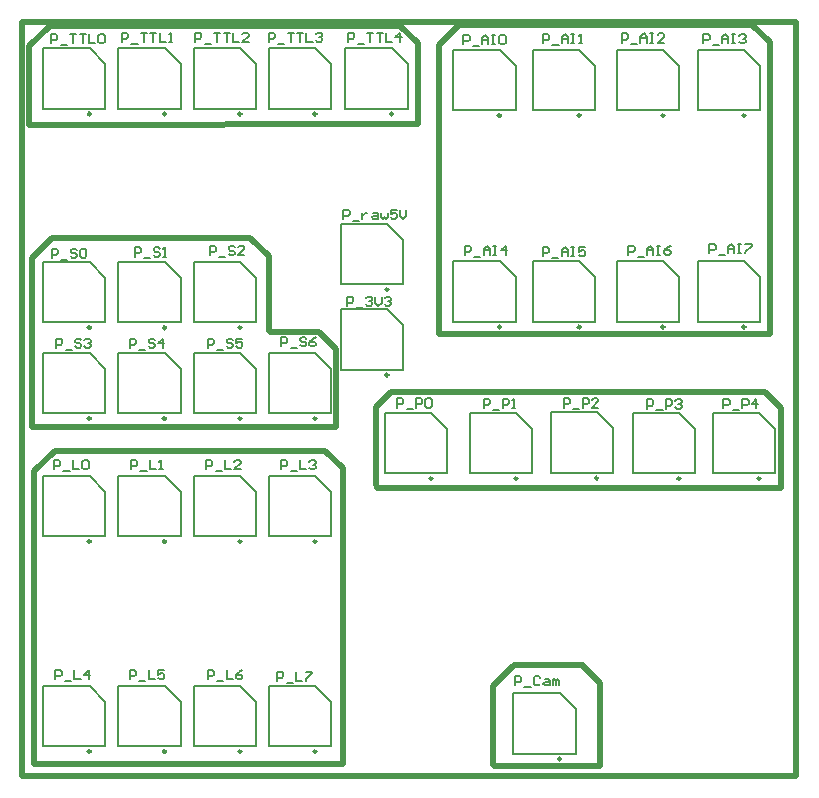
<source format=gto>
G04*
G04 #@! TF.GenerationSoftware,Altium Limited,Altium Designer,21.7.1 (17)*
G04*
G04 Layer_Color=65535*
%FSLAX25Y25*%
%MOIN*%
G70*
G04*
G04 #@! TF.SameCoordinates,7C3BC35F-E18A-483C-85EC-813A21A3F68C*
G04*
G04*
G04 #@! TF.FilePolarity,Positive*
G04*
G01*
G75*
%ADD10C,0.00984*%
%ADD11C,0.01968*%
%ADD12C,0.00787*%
%ADD13C,0.00591*%
D10*
X82492Y-26311D02*
G03*
X82492Y-26311I-492J0D01*
G01*
Y-54811D02*
G03*
X82492Y-54811I-492J0D01*
G01*
X97146Y-89311D02*
G03*
X97146Y-89311I-492J0D01*
G01*
X125492D02*
G03*
X125492Y-89311I-492J0D01*
G01*
X146539Y-38811D02*
G03*
X146539Y-38811I-492J0D01*
G01*
X119992Y31689D02*
G03*
X119992Y31689I-492J0D01*
G01*
X-16732Y32189D02*
G03*
X-16732Y32189I-492J0D01*
G01*
Y-39016D02*
G03*
X-16732Y-39016I-492J0D01*
G01*
X8327Y32189D02*
G03*
X8327Y32189I-492J0D01*
G01*
Y-39016D02*
G03*
X8327Y-39016I-492J0D01*
G01*
X146539Y31689D02*
G03*
X146539Y31689I-492J0D01*
G01*
X33492Y32189D02*
G03*
X33492Y32189I-492J0D01*
G01*
Y-39016D02*
G03*
X33492Y-39016I-492J0D01*
G01*
X174492Y31689D02*
G03*
X174492Y31689I-492J0D01*
G01*
X58492Y32189D02*
G03*
X58492Y32189I-492J0D01*
G01*
X-16732Y-69311D02*
G03*
X-16732Y-69311I-492J0D01*
G01*
X201492Y31689D02*
G03*
X201492Y31689I-492J0D01*
G01*
X83992Y32189D02*
G03*
X83992Y32189I-492J0D01*
G01*
X8327Y-69311D02*
G03*
X8327Y-69311I-492J0D01*
G01*
X119992Y-38811D02*
G03*
X119992Y-38811I-492J0D01*
G01*
X33492Y-69311D02*
G03*
X33492Y-69311I-492J0D01*
G01*
X58492D02*
G03*
X58492Y-69311I-492J0D01*
G01*
X174492Y-38811D02*
G03*
X174492Y-38811I-492J0D01*
G01*
X201492D02*
G03*
X201492Y-38811I-492J0D01*
G01*
X152421Y-89173D02*
G03*
X152421Y-89173I-492J0D01*
G01*
X-16732Y-110311D02*
G03*
X-16732Y-110311I-492J0D01*
G01*
X179783Y-89311D02*
G03*
X179783Y-89311I-492J0D01*
G01*
X8331Y-110311D02*
G03*
X8331Y-110311I-492J0D01*
G01*
X206492Y-89311D02*
G03*
X206492Y-89311I-492J0D01*
G01*
X33492Y-110311D02*
G03*
X33492Y-110311I-492J0D01*
G01*
X58492D02*
G03*
X58492Y-110311I-492J0D01*
G01*
X139992Y-182811D02*
G03*
X139992Y-182811I-492J0D01*
G01*
X-16732Y-180311D02*
G03*
X-16732Y-180311I-492J0D01*
G01*
X8331D02*
G03*
X8331Y-180311I-492J0D01*
G01*
X33492D02*
G03*
X33492Y-180311I-492J0D01*
G01*
X58492D02*
G03*
X58492Y-180311I-492J0D01*
G01*
D11*
X-29528Y-9000D02*
X36500Y-9000D01*
X43000Y-40532D02*
X59059D01*
X-36000Y-72031D02*
X65000Y-72031D01*
Y-46000D01*
X59500Y-40500D02*
X65000Y-46000D01*
X36500Y-9000D02*
X42724Y-15224D01*
Y-40000D02*
Y-15224D01*
X-36205Y-15677D02*
X-29528Y-9000D01*
X-36205Y-72000D02*
Y-15677D01*
X78500Y-91598D02*
Y-65500D01*
X78747Y-92520D02*
X213500D01*
X124200Y-151520D02*
X147500D01*
X117700Y-185020D02*
X153000D01*
X-35461Y-184520D02*
X67000D01*
X117260Y-184838D02*
Y-158460D01*
X123952Y-151767D01*
X-35740Y-86960D02*
X-28800Y-80020D01*
X61122D01*
X-35740Y-184500D02*
Y-86960D01*
X78500Y-65500D02*
X83469Y-60532D01*
X208071Y-60532D01*
X147218Y-151855D02*
X152942Y-157580D01*
Y-184363D02*
Y-157580D01*
X61489Y-80103D02*
X67214Y-85828D01*
Y-184500D02*
Y-85828D01*
X208071Y-60532D02*
X213484Y-65945D01*
Y-92000D02*
Y-65945D01*
X203812Y61826D02*
X209537Y56101D01*
Y-41000D02*
Y56101D01*
X105905Y61811D02*
X203937D01*
X99213Y55118D02*
X105905Y61811D01*
X99213Y-41000D02*
Y55118D01*
Y-41000D02*
X209537D01*
X-37205Y28498D02*
Y54823D01*
X-30413Y61614D01*
X92224Y28993D02*
Y55776D01*
X86500Y61500D02*
X92224Y55776D01*
X86000Y61500D02*
X86500D01*
X-30413Y61614D02*
X86122D01*
X-37205Y28498D02*
X92224Y28993D01*
X-39500Y63000D02*
X218500Y63000D01*
X-39500Y63000D02*
X-39500Y-188500D01*
X218500D01*
X218500Y63000D02*
X218500Y-188500D01*
D12*
X87394Y-24539D02*
Y-9776D01*
X66606Y-4461D02*
X82079D01*
X66606Y-24539D02*
Y-4461D01*
Y-24539D02*
X87394D01*
X82079Y-4461D02*
X87394Y-9776D01*
Y-53039D02*
Y-38276D01*
X66606Y-32961D02*
X82079D01*
X66606Y-53039D02*
Y-32961D01*
Y-53039D02*
X87394D01*
X82079Y-32961D02*
X87394Y-38276D01*
X102047Y-87539D02*
Y-72776D01*
X81260Y-67461D02*
X96732D01*
X81260Y-87539D02*
Y-67461D01*
Y-87539D02*
X102047D01*
X96732Y-67461D02*
X102047Y-72776D01*
X130394Y-87539D02*
Y-72776D01*
X109606Y-67461D02*
X125079D01*
X109606Y-87539D02*
Y-67461D01*
Y-87539D02*
X130394D01*
X125079Y-67461D02*
X130394Y-72776D01*
X151441Y-37039D02*
Y-22276D01*
X130654Y-16961D02*
X146126D01*
X130654Y-37039D02*
Y-16961D01*
Y-37039D02*
X151441D01*
X146126Y-16961D02*
X151441Y-22276D01*
X119579Y53539D02*
X124894Y48224D01*
X104106Y33461D02*
X124894D01*
X104106D02*
Y53539D01*
X119579D01*
X124894Y33461D02*
Y48224D01*
X-11831Y33961D02*
Y48724D01*
X-32618Y54039D02*
X-17146D01*
X-32618Y33961D02*
Y54039D01*
Y33961D02*
X-11831D01*
X-17146Y54039D02*
X-11831Y48724D01*
Y-37244D02*
Y-22480D01*
X-32618Y-17165D02*
X-17146D01*
X-32618Y-37244D02*
Y-17165D01*
Y-37244D02*
X-11831D01*
X-17146Y-17165D02*
X-11831Y-22480D01*
X13228Y33961D02*
Y48724D01*
X-7559Y54039D02*
X7913D01*
X-7559Y33961D02*
Y54039D01*
Y33961D02*
X13228D01*
X7913Y54039D02*
X13228Y48724D01*
Y-37244D02*
Y-22480D01*
X-7559Y-17165D02*
X7913D01*
X-7559Y-37244D02*
Y-17165D01*
Y-37244D02*
X13228D01*
X7913Y-17165D02*
X13228Y-22480D01*
X151441Y33461D02*
Y48224D01*
X130654Y53539D02*
X146126D01*
X130654Y33461D02*
Y53539D01*
Y33461D02*
X151441D01*
X146126Y53539D02*
X151441Y48224D01*
X38394Y33961D02*
Y48724D01*
X17606Y54039D02*
X33079D01*
X17606Y33961D02*
Y54039D01*
Y33961D02*
X38394D01*
X33079Y54039D02*
X38394Y48724D01*
Y-37244D02*
Y-22480D01*
X17606Y-17165D02*
X33079D01*
X17606Y-37244D02*
Y-17165D01*
Y-37244D02*
X38394D01*
X33079Y-17165D02*
X38394Y-22480D01*
X179394Y33461D02*
Y48224D01*
X158606Y53539D02*
X174079D01*
X158606Y33461D02*
Y53539D01*
Y33461D02*
X179394D01*
X174079Y53539D02*
X179394Y48224D01*
X63394Y33961D02*
Y48724D01*
X42606Y54039D02*
X58079D01*
X42606Y33961D02*
Y54039D01*
Y33961D02*
X63394D01*
X58079Y54039D02*
X63394Y48724D01*
X-11831Y-67539D02*
Y-52776D01*
X-32618Y-47461D02*
X-17146D01*
X-32618Y-67539D02*
Y-47461D01*
Y-67539D02*
X-11831D01*
X-17146Y-47461D02*
X-11831Y-52776D01*
X206394Y33461D02*
Y48224D01*
X185606Y53539D02*
X201079D01*
X185606Y33461D02*
Y53539D01*
Y33461D02*
X206394D01*
X201079Y53539D02*
X206394Y48224D01*
X88894Y33961D02*
Y48724D01*
X68106Y54039D02*
X83579D01*
X68106Y33961D02*
Y54039D01*
Y33961D02*
X88894D01*
X83579Y54039D02*
X88894Y48724D01*
X13228Y-67539D02*
Y-52776D01*
X-7559Y-47461D02*
X7913D01*
X-7559Y-67539D02*
Y-47461D01*
Y-67539D02*
X13228D01*
X7913Y-47461D02*
X13228Y-52776D01*
X124894Y-37039D02*
Y-22276D01*
X104106Y-16961D02*
X119579D01*
X104106Y-37039D02*
Y-16961D01*
Y-37039D02*
X124894D01*
X119579Y-16961D02*
X124894Y-22276D01*
X38394Y-67539D02*
Y-52776D01*
X17606Y-47461D02*
X33079D01*
X17606Y-67539D02*
Y-47461D01*
Y-67539D02*
X38394D01*
X33079Y-47461D02*
X38394Y-52776D01*
X63394Y-67539D02*
Y-52776D01*
X42606Y-47461D02*
X58079D01*
X42606Y-67539D02*
Y-47461D01*
Y-67539D02*
X63394D01*
X58079Y-47461D02*
X63394Y-52776D01*
X179394Y-37039D02*
Y-22276D01*
X158606Y-16961D02*
X174079D01*
X158606Y-37039D02*
Y-16961D01*
Y-37039D02*
X179394D01*
X174079Y-16961D02*
X179394Y-22276D01*
X206394Y-37039D02*
Y-22276D01*
X185606Y-16961D02*
X201079D01*
X185606Y-37039D02*
Y-16961D01*
Y-37039D02*
X206394D01*
X201079Y-16961D02*
X206394Y-22276D01*
X157323Y-87402D02*
Y-72638D01*
X136535Y-67323D02*
X152008D01*
X136535Y-87402D02*
Y-67323D01*
Y-87402D02*
X157323D01*
X152008Y-67323D02*
X157323Y-72638D01*
X-11831Y-108539D02*
Y-93776D01*
X-32618Y-88461D02*
X-17146D01*
X-32618Y-108539D02*
Y-88461D01*
Y-108539D02*
X-11831D01*
X-17146Y-88461D02*
X-11831Y-93776D01*
X184685Y-87539D02*
Y-72776D01*
X163898Y-67461D02*
X179370D01*
X163898Y-87539D02*
Y-67461D01*
Y-87539D02*
X184685D01*
X179370Y-67461D02*
X184685Y-72776D01*
X13232Y-108539D02*
Y-93776D01*
X-7555Y-88461D02*
X7917D01*
X-7555Y-108539D02*
Y-88461D01*
Y-108539D02*
X13232D01*
X7917Y-88461D02*
X13232Y-93776D01*
X211394Y-87539D02*
Y-72776D01*
X190606Y-67461D02*
X206079D01*
X190606Y-87539D02*
Y-67461D01*
Y-87539D02*
X211394D01*
X206079Y-67461D02*
X211394Y-72776D01*
X38394Y-108539D02*
Y-93776D01*
X17606Y-88461D02*
X33079D01*
X17606Y-108539D02*
Y-88461D01*
Y-108539D02*
X38394D01*
X33079Y-88461D02*
X38394Y-93776D01*
X63394Y-108539D02*
Y-93776D01*
X42606Y-88461D02*
X58079D01*
X42606Y-108539D02*
Y-88461D01*
Y-108539D02*
X63394D01*
X58079Y-88461D02*
X63394Y-93776D01*
X144894Y-181039D02*
Y-166276D01*
X124106Y-160961D02*
X139579D01*
X124106Y-181039D02*
Y-160961D01*
Y-181039D02*
X144894D01*
X139579Y-160961D02*
X144894Y-166276D01*
X-11831Y-178539D02*
Y-163776D01*
X-32618Y-158461D02*
X-17146D01*
X-32618Y-178539D02*
Y-158461D01*
Y-178539D02*
X-11831D01*
X-17146Y-158461D02*
X-11831Y-163776D01*
X13232Y-178539D02*
Y-163776D01*
X-7555Y-158461D02*
X7917D01*
X-7555Y-178539D02*
Y-158461D01*
Y-178539D02*
X13232D01*
X7917Y-158461D02*
X13232Y-163776D01*
X38394Y-178539D02*
Y-163776D01*
X17606Y-158461D02*
X33079D01*
X17606Y-178539D02*
Y-158461D01*
Y-178539D02*
X38394D01*
X33079Y-158461D02*
X38394Y-163776D01*
X63394Y-178539D02*
Y-163776D01*
X42606Y-158461D02*
X58079D01*
X42606Y-178539D02*
Y-158461D01*
Y-178539D02*
X63394D01*
X58079Y-158461D02*
X63394Y-163776D01*
D13*
X67505Y-2812D02*
Y337D01*
X69079D01*
X69604Y-188D01*
Y-1238D01*
X69079Y-1762D01*
X67505D01*
X70653Y-3337D02*
X72752D01*
X73802Y-713D02*
Y-2812D01*
Y-1762D01*
X74327Y-1238D01*
X74851Y-713D01*
X75376D01*
X77475D02*
X78525D01*
X79049Y-1238D01*
Y-2812D01*
X77475D01*
X76951Y-2287D01*
X77475Y-1762D01*
X79049D01*
X80099Y-713D02*
Y-2287D01*
X80624Y-2812D01*
X81149Y-2287D01*
X81673Y-2812D01*
X82198Y-2287D01*
Y-713D01*
X85347Y337D02*
X83248D01*
Y-1238D01*
X84297Y-713D01*
X84822D01*
X85347Y-1238D01*
Y-2287D01*
X84822Y-2812D01*
X83772D01*
X83248Y-2287D01*
X86396Y337D02*
Y-1762D01*
X87446Y-2812D01*
X88495Y-1762D01*
Y337D01*
X68653Y-31812D02*
Y-28663D01*
X70228D01*
X70752Y-29188D01*
Y-30238D01*
X70228Y-30762D01*
X68653D01*
X71802Y-32337D02*
X73901D01*
X74950Y-29188D02*
X75475Y-28663D01*
X76525D01*
X77049Y-29188D01*
Y-29713D01*
X76525Y-30238D01*
X76000D01*
X76525D01*
X77049Y-30762D01*
Y-31287D01*
X76525Y-31812D01*
X75475D01*
X74950Y-31287D01*
X78099Y-28663D02*
Y-30762D01*
X79149Y-31812D01*
X80198Y-30762D01*
Y-28663D01*
X81248Y-29188D02*
X81772Y-28663D01*
X82822D01*
X83347Y-29188D01*
Y-29713D01*
X82822Y-30238D01*
X82297D01*
X82822D01*
X83347Y-30762D01*
Y-31287D01*
X82822Y-31812D01*
X81772D01*
X81248Y-31287D01*
X114252Y-65812D02*
Y-62663D01*
X115827D01*
X116351Y-63188D01*
Y-64238D01*
X115827Y-64762D01*
X114252D01*
X117401Y-66337D02*
X119500D01*
X120549Y-65812D02*
Y-62663D01*
X122124D01*
X122649Y-63188D01*
Y-64238D01*
X122124Y-64762D01*
X120549D01*
X123698Y-65812D02*
X124748D01*
X124223D01*
Y-62663D01*
X123698Y-63188D01*
X85369Y-65682D02*
Y-62533D01*
X86944D01*
X87468Y-63058D01*
Y-64108D01*
X86944Y-64632D01*
X85369D01*
X88518Y-66207D02*
X90617D01*
X91667Y-65682D02*
Y-62533D01*
X93241D01*
X93766Y-63058D01*
Y-64108D01*
X93241Y-64632D01*
X91667D01*
X94815Y-63058D02*
X95340Y-62533D01*
X96389D01*
X96914Y-63058D01*
Y-65157D01*
X96389Y-65682D01*
X95340D01*
X94815Y-65157D01*
Y-63058D01*
X133884Y-15312D02*
Y-12163D01*
X135459D01*
X135983Y-12688D01*
Y-13738D01*
X135459Y-14262D01*
X133884D01*
X137033Y-15837D02*
X139132D01*
X140181Y-15312D02*
Y-13213D01*
X141231Y-12163D01*
X142280Y-13213D01*
Y-15312D01*
Y-13738D01*
X140181D01*
X143330Y-12163D02*
X144379D01*
X143855D01*
Y-15312D01*
X143330D01*
X144379D01*
X148053Y-12163D02*
X145954D01*
Y-13738D01*
X147003Y-13213D01*
X147528D01*
X148053Y-13738D01*
Y-14787D01*
X147528Y-15312D01*
X146478D01*
X145954Y-14787D01*
X69079Y56188D02*
Y59337D01*
X70653D01*
X71178Y58812D01*
Y57762D01*
X70653Y57238D01*
X69079D01*
X72228Y55663D02*
X74327D01*
X75376Y59337D02*
X77475D01*
X76426D01*
Y56188D01*
X78525Y59337D02*
X80624D01*
X79574D01*
Y56188D01*
X81673Y59337D02*
Y56188D01*
X83772D01*
X86396D02*
Y59337D01*
X84822Y57762D01*
X86921D01*
X42579Y56188D02*
Y59337D01*
X44153D01*
X44678Y58812D01*
Y57762D01*
X44153Y57238D01*
X42579D01*
X45728Y55663D02*
X47827D01*
X48876Y59337D02*
X50975D01*
X49926D01*
Y56188D01*
X52025Y59337D02*
X54124D01*
X53074D01*
Y56188D01*
X55173Y59337D02*
Y56188D01*
X57272D01*
X58322Y58812D02*
X58847Y59337D01*
X59896D01*
X60421Y58812D01*
Y58287D01*
X59896Y57762D01*
X59372D01*
X59896D01*
X60421Y57238D01*
Y56713D01*
X59896Y56188D01*
X58847D01*
X58322Y56713D01*
X18079Y56188D02*
Y59337D01*
X19653D01*
X20178Y58812D01*
Y57762D01*
X19653Y57238D01*
X18079D01*
X21228Y55663D02*
X23327D01*
X24376Y59337D02*
X26475D01*
X25426D01*
Y56188D01*
X27525Y59337D02*
X29624D01*
X28574D01*
Y56188D01*
X30673Y59337D02*
Y56188D01*
X32772D01*
X35921D02*
X33822D01*
X35921Y58287D01*
Y58812D01*
X35396Y59337D01*
X34347D01*
X33822Y58812D01*
X-6396Y56188D02*
Y59337D01*
X-4822D01*
X-4297Y58812D01*
Y57762D01*
X-4822Y57238D01*
X-6396D01*
X-3248Y55663D02*
X-1149D01*
X-99Y59337D02*
X2000D01*
X950D01*
Y56188D01*
X3049Y59337D02*
X5149D01*
X4099D01*
Y56188D01*
X6198Y59337D02*
Y56188D01*
X8297D01*
X9347D02*
X10396D01*
X9871D01*
Y59337D01*
X9347Y58812D01*
X-29921Y55688D02*
Y58837D01*
X-28347D01*
X-27822Y58312D01*
Y57262D01*
X-28347Y56738D01*
X-29921D01*
X-26772Y55163D02*
X-24673D01*
X-23624Y58837D02*
X-21525D01*
X-22574D01*
Y55688D01*
X-20475Y58837D02*
X-18376D01*
X-19426D01*
Y55688D01*
X-17327Y58837D02*
Y55688D01*
X-15228D01*
X-14178Y58312D02*
X-13653Y58837D01*
X-12604D01*
X-12079Y58312D01*
Y56213D01*
X-12604Y55688D01*
X-13653D01*
X-14178Y56213D01*
Y58312D01*
X46728Y-45312D02*
Y-42163D01*
X48302D01*
X48827Y-42688D01*
Y-43738D01*
X48302Y-44262D01*
X46728D01*
X49876Y-45837D02*
X51975D01*
X55124Y-42688D02*
X54599Y-42163D01*
X53549D01*
X53025Y-42688D01*
Y-43213D01*
X53549Y-43738D01*
X54599D01*
X55124Y-44262D01*
Y-44787D01*
X54599Y-45312D01*
X53549D01*
X53025Y-44787D01*
X58272Y-42163D02*
X57223Y-42688D01*
X56173Y-43738D01*
Y-44787D01*
X56698Y-45312D01*
X57748D01*
X58272Y-44787D01*
Y-44262D01*
X57748Y-43738D01*
X56173D01*
X22228Y-45812D02*
Y-42663D01*
X23802D01*
X24327Y-43188D01*
Y-44238D01*
X23802Y-44762D01*
X22228D01*
X25376Y-46337D02*
X27475D01*
X30624Y-43188D02*
X30099Y-42663D01*
X29050D01*
X28525Y-43188D01*
Y-43713D01*
X29050Y-44238D01*
X30099D01*
X30624Y-44762D01*
Y-45287D01*
X30099Y-45812D01*
X29050D01*
X28525Y-45287D01*
X33772Y-42663D02*
X31673D01*
Y-44238D01*
X32723Y-43713D01*
X33248D01*
X33772Y-44238D01*
Y-45287D01*
X33248Y-45812D01*
X32198D01*
X31673Y-45287D01*
X-3772Y-45812D02*
Y-42663D01*
X-2198D01*
X-1673Y-43188D01*
Y-44238D01*
X-2198Y-44762D01*
X-3772D01*
X-624Y-46337D02*
X1475D01*
X4624Y-43188D02*
X4099Y-42663D01*
X3049D01*
X2525Y-43188D01*
Y-43713D01*
X3049Y-44238D01*
X4099D01*
X4624Y-44762D01*
Y-45287D01*
X4099Y-45812D01*
X3049D01*
X2525Y-45287D01*
X7248Y-45812D02*
Y-42663D01*
X5673Y-44238D01*
X7772D01*
X-28272Y-45812D02*
Y-42663D01*
X-26698D01*
X-26173Y-43188D01*
Y-44238D01*
X-26698Y-44762D01*
X-28272D01*
X-25124Y-46337D02*
X-23025D01*
X-19876Y-43188D02*
X-20401Y-42663D01*
X-21451D01*
X-21975Y-43188D01*
Y-43713D01*
X-21451Y-44238D01*
X-20401D01*
X-19876Y-44762D01*
Y-45287D01*
X-20401Y-45812D01*
X-21451D01*
X-21975Y-45287D01*
X-18827Y-43188D02*
X-18302Y-42663D01*
X-17252D01*
X-16728Y-43188D01*
Y-43713D01*
X-17252Y-44238D01*
X-17777D01*
X-17252D01*
X-16728Y-44762D01*
Y-45287D01*
X-17252Y-45812D01*
X-18302D01*
X-18827Y-45287D01*
X22897Y-14934D02*
Y-11785D01*
X24471D01*
X24996Y-12310D01*
Y-13360D01*
X24471Y-13884D01*
X22897D01*
X26046Y-15459D02*
X28144D01*
X31293Y-12310D02*
X30768Y-11785D01*
X29719D01*
X29194Y-12310D01*
Y-12835D01*
X29719Y-13360D01*
X30768D01*
X31293Y-13884D01*
Y-14409D01*
X30768Y-14934D01*
X29719D01*
X29194Y-14409D01*
X34442Y-14934D02*
X32343D01*
X34442Y-12835D01*
Y-12310D01*
X33917Y-11785D01*
X32867D01*
X32343Y-12310D01*
X-2098Y-15328D02*
Y-12179D01*
X-524D01*
X1Y-12704D01*
Y-13753D01*
X-524Y-14278D01*
X-2098D01*
X1051Y-15852D02*
X3150D01*
X6298Y-12704D02*
X5773Y-12179D01*
X4724D01*
X4199Y-12704D01*
Y-13229D01*
X4724Y-13753D01*
X5773D01*
X6298Y-14278D01*
Y-14803D01*
X5773Y-15328D01*
X4724D01*
X4199Y-14803D01*
X7348Y-15328D02*
X8397D01*
X7873D01*
Y-12179D01*
X7348Y-12704D01*
X-29772Y-15812D02*
Y-12663D01*
X-28198D01*
X-27673Y-13188D01*
Y-14238D01*
X-28198Y-14762D01*
X-29772D01*
X-26624Y-16337D02*
X-24525D01*
X-21376Y-13188D02*
X-21901Y-12663D01*
X-22951D01*
X-23475Y-13188D01*
Y-13713D01*
X-22951Y-14238D01*
X-21901D01*
X-21376Y-14762D01*
Y-15287D01*
X-21901Y-15812D01*
X-22951D01*
X-23475Y-15287D01*
X-20327Y-13188D02*
X-19802Y-12663D01*
X-18752D01*
X-18228Y-13188D01*
Y-15287D01*
X-18752Y-15812D01*
X-19802D01*
X-20327Y-15287D01*
Y-13188D01*
X194129Y-65977D02*
Y-62829D01*
X195703D01*
X196228Y-63353D01*
Y-64403D01*
X195703Y-64928D01*
X194129D01*
X197278Y-66502D02*
X199377D01*
X200426Y-65977D02*
Y-62829D01*
X202001D01*
X202525Y-63353D01*
Y-64403D01*
X202001Y-64928D01*
X200426D01*
X205149Y-65977D02*
Y-62829D01*
X203575Y-64403D01*
X205674D01*
X168637Y-66076D02*
Y-62927D01*
X170211D01*
X170736Y-63452D01*
Y-64501D01*
X170211Y-65026D01*
X168637D01*
X171786Y-66601D02*
X173885D01*
X174934Y-66076D02*
Y-62927D01*
X176508D01*
X177033Y-63452D01*
Y-64501D01*
X176508Y-65026D01*
X174934D01*
X178083Y-63452D02*
X178608Y-62927D01*
X179657D01*
X180182Y-63452D01*
Y-63977D01*
X179657Y-64501D01*
X179132D01*
X179657D01*
X180182Y-65026D01*
Y-65551D01*
X179657Y-66076D01*
X178608D01*
X178083Y-65551D01*
X140924Y-65674D02*
Y-62525D01*
X142499D01*
X143024Y-63050D01*
Y-64100D01*
X142499Y-64625D01*
X140924D01*
X144073Y-66199D02*
X146172D01*
X147222Y-65674D02*
Y-62525D01*
X148796D01*
X149321Y-63050D01*
Y-64100D01*
X148796Y-64625D01*
X147222D01*
X152469Y-65674D02*
X150370D01*
X152469Y-63575D01*
Y-63050D01*
X151944Y-62525D01*
X150895D01*
X150370Y-63050D01*
X45409Y-156812D02*
Y-153663D01*
X46983D01*
X47508Y-154188D01*
Y-155238D01*
X46983Y-155762D01*
X45409D01*
X48557Y-157337D02*
X50656D01*
X51706Y-153663D02*
Y-156812D01*
X53805D01*
X54855Y-153663D02*
X56954D01*
Y-154188D01*
X54855Y-156287D01*
Y-156812D01*
X22228Y-156312D02*
Y-153163D01*
X23802D01*
X24327Y-153688D01*
Y-154738D01*
X23802Y-155262D01*
X22228D01*
X25376Y-156837D02*
X27475D01*
X28525Y-153163D02*
Y-156312D01*
X30624D01*
X33772Y-153163D02*
X32723Y-153688D01*
X31673Y-154738D01*
Y-155787D01*
X32198Y-156312D01*
X33248D01*
X33772Y-155787D01*
Y-155262D01*
X33248Y-154738D01*
X31673D01*
X-3772Y-156312D02*
Y-153163D01*
X-2198D01*
X-1673Y-153688D01*
Y-154738D01*
X-2198Y-155262D01*
X-3772D01*
X-624Y-156837D02*
X1475D01*
X2525Y-153163D02*
Y-156312D01*
X4624D01*
X7772Y-153163D02*
X5673D01*
Y-154738D01*
X6723Y-154213D01*
X7248D01*
X7772Y-154738D01*
Y-155787D01*
X7248Y-156312D01*
X6198D01*
X5673Y-155787D01*
X-28497Y-156312D02*
Y-153163D01*
X-26923D01*
X-26398Y-153688D01*
Y-154738D01*
X-26923Y-155262D01*
X-28497D01*
X-25348Y-156837D02*
X-23249D01*
X-22200Y-153163D02*
Y-156312D01*
X-20101D01*
X-17477D02*
Y-153163D01*
X-19051Y-154738D01*
X-16952D01*
X46728Y-86312D02*
Y-83163D01*
X48302D01*
X48827Y-83688D01*
Y-84738D01*
X48302Y-85262D01*
X46728D01*
X49876Y-86837D02*
X51975D01*
X53025Y-83163D02*
Y-86312D01*
X55124D01*
X56173Y-83688D02*
X56698Y-83163D01*
X57748D01*
X58272Y-83688D01*
Y-84213D01*
X57748Y-84738D01*
X57223D01*
X57748D01*
X58272Y-85262D01*
Y-85787D01*
X57748Y-86312D01*
X56698D01*
X56173Y-85787D01*
X21728Y-86312D02*
Y-83163D01*
X23302D01*
X23827Y-83688D01*
Y-84738D01*
X23302Y-85262D01*
X21728D01*
X24876Y-86837D02*
X26975D01*
X28025Y-83163D02*
Y-86312D01*
X30124D01*
X33272D02*
X31173D01*
X33272Y-84213D01*
Y-83688D01*
X32748Y-83163D01*
X31698D01*
X31173Y-83688D01*
X-3315Y-86312D02*
Y-83163D01*
X-1740D01*
X-1216Y-83688D01*
Y-84738D01*
X-1740Y-85262D01*
X-3315D01*
X-166Y-86837D02*
X1933D01*
X2983Y-83163D02*
Y-86312D01*
X5082D01*
X6131D02*
X7181D01*
X6656D01*
Y-83163D01*
X6131Y-83688D01*
X-28997Y-86312D02*
Y-83163D01*
X-27422D01*
X-26898Y-83688D01*
Y-84738D01*
X-27422Y-85262D01*
X-28997D01*
X-25848Y-86837D02*
X-23749D01*
X-22700Y-83163D02*
Y-86312D01*
X-20601D01*
X-19551Y-83688D02*
X-19026Y-83163D01*
X-17977D01*
X-17452Y-83688D01*
Y-85787D01*
X-17977Y-86312D01*
X-19026D01*
X-19551Y-85787D01*
Y-83688D01*
X124653Y-158312D02*
Y-155163D01*
X126228D01*
X126752Y-155688D01*
Y-156738D01*
X126228Y-157262D01*
X124653D01*
X127802Y-158837D02*
X129901D01*
X133049Y-155688D02*
X132525Y-155163D01*
X131475D01*
X130950Y-155688D01*
Y-157787D01*
X131475Y-158312D01*
X132525D01*
X133049Y-157787D01*
X134624Y-156213D02*
X135673D01*
X136198Y-156738D01*
Y-158312D01*
X134624D01*
X134099Y-157787D01*
X134624Y-157262D01*
X136198D01*
X137248Y-158312D02*
Y-156213D01*
X137772D01*
X138297Y-156738D01*
Y-158312D01*
Y-156738D01*
X138822Y-156213D01*
X139347Y-156738D01*
Y-158312D01*
X189416Y-14312D02*
Y-11163D01*
X190990D01*
X191515Y-11688D01*
Y-12738D01*
X190990Y-13262D01*
X189416D01*
X192564Y-14837D02*
X194663D01*
X195713Y-14312D02*
Y-12213D01*
X196762Y-11163D01*
X197812Y-12213D01*
Y-14312D01*
Y-12738D01*
X195713D01*
X198861Y-11163D02*
X199911D01*
X199386D01*
Y-14312D01*
X198861D01*
X199911D01*
X201485Y-11163D02*
X203584D01*
Y-11688D01*
X201485Y-13787D01*
Y-14312D01*
X162416Y-14812D02*
Y-11663D01*
X163990D01*
X164515Y-12188D01*
Y-13238D01*
X163990Y-13762D01*
X162416D01*
X165564Y-15337D02*
X167663D01*
X168713Y-14812D02*
Y-12713D01*
X169762Y-11663D01*
X170812Y-12713D01*
Y-14812D01*
Y-13238D01*
X168713D01*
X171861Y-11663D02*
X172911D01*
X172386D01*
Y-14812D01*
X171861D01*
X172911D01*
X176584Y-11663D02*
X175535Y-12188D01*
X174485Y-13238D01*
Y-14287D01*
X175010Y-14812D01*
X176060D01*
X176584Y-14287D01*
Y-13762D01*
X176060Y-13238D01*
X174485D01*
X107916Y-14812D02*
Y-11663D01*
X109490D01*
X110015Y-12188D01*
Y-13238D01*
X109490Y-13762D01*
X107916D01*
X111064Y-15337D02*
X113163D01*
X114213Y-14812D02*
Y-12713D01*
X115262Y-11663D01*
X116312Y-12713D01*
Y-14812D01*
Y-13238D01*
X114213D01*
X117361Y-11663D02*
X118411D01*
X117886D01*
Y-14812D01*
X117361D01*
X118411D01*
X121560D02*
Y-11663D01*
X119985Y-13238D01*
X122084D01*
X187416Y55688D02*
Y58837D01*
X188990D01*
X189515Y58312D01*
Y57262D01*
X188990Y56738D01*
X187416D01*
X190564Y55163D02*
X192663D01*
X193713Y55688D02*
Y57787D01*
X194762Y58837D01*
X195812Y57787D01*
Y55688D01*
Y57262D01*
X193713D01*
X196861Y58837D02*
X197911D01*
X197386D01*
Y55688D01*
X196861D01*
X197911D01*
X199485Y58312D02*
X200010Y58837D01*
X201060D01*
X201584Y58312D01*
Y57787D01*
X201060Y57262D01*
X200535D01*
X201060D01*
X201584Y56738D01*
Y56213D01*
X201060Y55688D01*
X200010D01*
X199485Y56213D01*
X160215Y55893D02*
Y59041D01*
X161789D01*
X162314Y58517D01*
Y57467D01*
X161789Y56942D01*
X160215D01*
X163364Y55368D02*
X165463D01*
X166512Y55893D02*
Y57992D01*
X167562Y59041D01*
X168611Y57992D01*
Y55893D01*
Y57467D01*
X166512D01*
X169661Y59041D02*
X170710D01*
X170185D01*
Y55893D01*
X169661D01*
X170710D01*
X174383D02*
X172284D01*
X174383Y57992D01*
Y58517D01*
X173859Y59041D01*
X172809D01*
X172284Y58517D01*
X134003Y55688D02*
Y58837D01*
X135578D01*
X136102Y58312D01*
Y57262D01*
X135578Y56738D01*
X134003D01*
X137152Y55163D02*
X139251D01*
X140301Y55688D02*
Y57787D01*
X141350Y58837D01*
X142400Y57787D01*
Y55688D01*
Y57262D01*
X140301D01*
X143449Y58837D02*
X144499D01*
X143974D01*
Y55688D01*
X143449D01*
X144499D01*
X146073D02*
X147123D01*
X146598D01*
Y58837D01*
X146073Y58312D01*
X107416Y55393D02*
Y58541D01*
X108990D01*
X109515Y58017D01*
Y56967D01*
X108990Y56442D01*
X107416D01*
X110564Y54868D02*
X112663D01*
X113713Y55393D02*
Y57492D01*
X114762Y58541D01*
X115812Y57492D01*
Y55393D01*
Y56967D01*
X113713D01*
X116861Y58541D02*
X117911D01*
X117386D01*
Y55393D01*
X116861D01*
X117911D01*
X119485Y58017D02*
X120010Y58541D01*
X121060D01*
X121584Y58017D01*
Y55918D01*
X121060Y55393D01*
X120010D01*
X119485Y55918D01*
Y58017D01*
M02*

</source>
